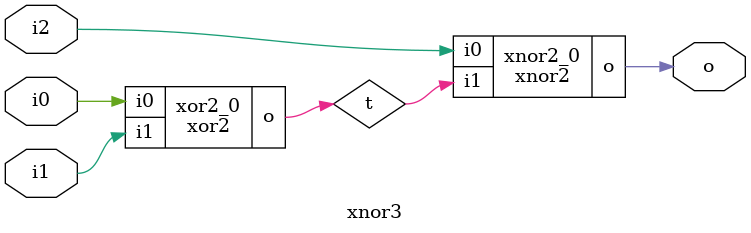
<source format=v>
module invert(output ib,input b);
	assign ib = ~b;
endmodule

module and2 (input wire i0, i1, output wire o);
  assign o = i0 & i1;
endmodule

module or2 (input wire i0, i1, output wire o);
  assign o = i0 | i1;
endmodule

module xor2 (input wire i0, i1, output wire o);
  assign o = i0 ^ i1;
endmodule

module nand2 (input wire i0, i1, output wire o);
   wire t;
   and2 and2_0 (i0, i1, t);
   invert invert_0 (t, o);
endmodule

module nor2 (input wire i0, i1, output wire o);
   wire t;
   or2 or2_0 (i0, i1, t);
   invert invert_0 (t, o);
endmodule

module xnor2 (input wire i0, i1, output wire o);
   wire t;
   xor2 xor2_0 (i0, i1, t);
   invert invert_0 (t, o);
endmodule

module and3 (input wire i0, i1, i2, output wire o);
   wire t;
   and2 and2_0 (i0, i1, t);
   and2 and2_1 (i2, t, o);
endmodule

module or3 (input wire i0, i1, i2, output wire o);
   wire t;
   or2 or2_0 (i0, i1, t);
   or2 or2_1 (i2, t, o);
endmodule

module nor3 (input wire i0, i1, i2, output wire o);
   wire t;
   or2 or2_0 (i0, i1, t);
   nor2 nor2_0 (i2, t, o);
endmodule

module nand3 (input wire i0, i1, i2, output wire o);
   wire t;
   and2 and2_0 (i0, i1, t);
   nand2 nand2_1 (i2, t, o);
endmodule

module xor3 (input wire i0, i1, i2, output wire o);
   wire t;
   xor2 xor2_0 (i0, i1, t);
   xor2 xor2_1 (i2, t, o);
endmodule

module xnor3 (input wire i0, i1, i2, output wire o);
   wire t;
   xor2 xor2_0 (i0, i1, t);
   xnor2 xnor2_0 (i2, t, o);
endmodule



</source>
